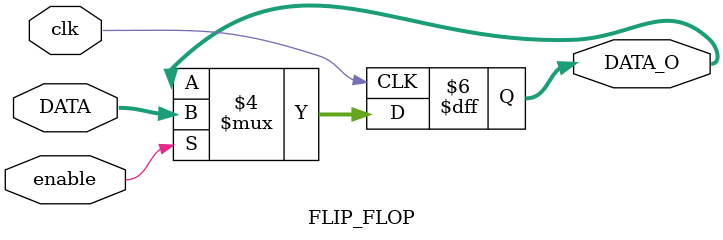
<source format=v>
module FLIP_FLOP
(
	input clk,
	input enable,
	input [31:0]DATA,

	output reg [31:0]DATA_O
);


always@(negedge clk)
	begin
		
		if(enable == 1)

			DATA_O = DATA;

	end

endmodule
</source>
